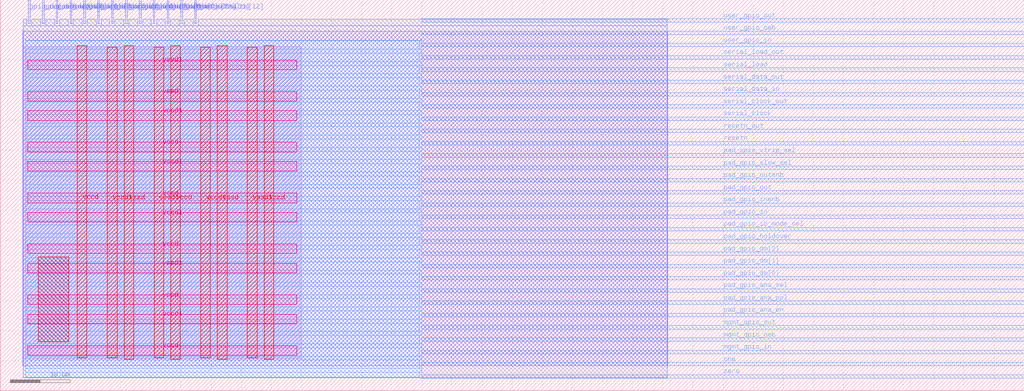
<source format=lef>
VERSION 5.7 ;
  NOWIREEXTENSIONATPIN ON ;
  DIVIDERCHAR "/" ;
  BUSBITCHARS "[]" ;
MACRO gpio_control_block
  CLASS BLOCK ;
  FOREIGN gpio_control_block ;
  ORIGIN 0.000 0.000 ;
  SIZE 170.000 BY 65.000 ;
  PIN gpio_defaults[0]
    DIRECTION INPUT ;
    USE SIGNAL ;
    PORT
      LAYER met2 ;
        RECT 4.690 61.000 4.970 65.000 ;
    END
  END gpio_defaults[0]
  PIN gpio_defaults[10]
    DIRECTION INPUT ;
    USE SIGNAL ;
    PORT
      LAYER met2 ;
        RECT 27.690 61.000 27.970 65.000 ;
    END
  END gpio_defaults[10]
  PIN gpio_defaults[11]
    DIRECTION INPUT ;
    USE SIGNAL ;
    PORT
      LAYER met2 ;
        RECT 29.990 61.000 30.270 65.000 ;
    END
  END gpio_defaults[11]
  PIN gpio_defaults[12]
    DIRECTION INPUT ;
    USE SIGNAL ;
    PORT
      LAYER met2 ;
        RECT 32.290 61.000 32.570 65.000 ;
    END
  END gpio_defaults[12]
  PIN gpio_defaults[1]
    DIRECTION INPUT ;
    USE SIGNAL ;
    PORT
      LAYER met2 ;
        RECT 6.990 61.000 7.270 65.000 ;
    END
  END gpio_defaults[1]
  PIN gpio_defaults[2]
    DIRECTION INPUT ;
    USE SIGNAL ;
    PORT
      LAYER met2 ;
        RECT 9.290 61.000 9.570 65.000 ;
    END
  END gpio_defaults[2]
  PIN gpio_defaults[3]
    DIRECTION INPUT ;
    USE SIGNAL ;
    PORT
      LAYER met2 ;
        RECT 11.590 61.000 11.870 65.000 ;
    END
  END gpio_defaults[3]
  PIN gpio_defaults[4]
    DIRECTION INPUT ;
    USE SIGNAL ;
    PORT
      LAYER met2 ;
        RECT 13.890 61.000 14.170 65.000 ;
    END
  END gpio_defaults[4]
  PIN gpio_defaults[5]
    DIRECTION INPUT ;
    USE SIGNAL ;
    PORT
      LAYER met2 ;
        RECT 16.190 61.000 16.470 65.000 ;
    END
  END gpio_defaults[5]
  PIN gpio_defaults[6]
    DIRECTION INPUT ;
    USE SIGNAL ;
    PORT
      LAYER met2 ;
        RECT 18.490 61.000 18.770 65.000 ;
    END
  END gpio_defaults[6]
  PIN gpio_defaults[7]
    DIRECTION INPUT ;
    USE SIGNAL ;
    PORT
      LAYER met2 ;
        RECT 20.790 61.000 21.070 65.000 ;
    END
  END gpio_defaults[7]
  PIN gpio_defaults[8]
    DIRECTION INPUT ;
    USE SIGNAL ;
    PORT
      LAYER met2 ;
        RECT 23.090 61.000 23.370 65.000 ;
    END
  END gpio_defaults[8]
  PIN gpio_defaults[9]
    DIRECTION INPUT ;
    USE SIGNAL ;
    PORT
      LAYER met2 ;
        RECT 25.390 61.000 25.670 65.000 ;
    END
  END gpio_defaults[9]
  PIN mgmt_gpio_in
    DIRECTION OUTPUT TRISTATE ;
    USE SIGNAL ;
    PORT
      LAYER met3 ;
        RECT 70.000 6.160 170.000 6.760 ;
    END
  END mgmt_gpio_in
  PIN mgmt_gpio_oeb
    DIRECTION INPUT ;
    USE SIGNAL ;
    PORT
      LAYER met3 ;
        RECT 70.000 8.200 170.000 8.800 ;
    END
  END mgmt_gpio_oeb
  PIN mgmt_gpio_out
    DIRECTION INPUT ;
    USE SIGNAL ;
    PORT
      LAYER met3 ;
        RECT 70.000 10.240 170.000 10.840 ;
    END
  END mgmt_gpio_out
  PIN one
    DIRECTION OUTPUT TRISTATE ;
    USE SIGNAL ;
    PORT
      LAYER met3 ;
        RECT 70.000 4.120 170.000 4.720 ;
    END
  END one
  PIN pad_gpio_ana_en
    DIRECTION OUTPUT TRISTATE ;
    USE SIGNAL ;
    PORT
      LAYER met3 ;
        RECT 70.000 12.280 170.000 12.880 ;
    END
  END pad_gpio_ana_en
  PIN pad_gpio_ana_pol
    DIRECTION OUTPUT TRISTATE ;
    USE SIGNAL ;
    PORT
      LAYER met3 ;
        RECT 70.000 14.320 170.000 14.920 ;
    END
  END pad_gpio_ana_pol
  PIN pad_gpio_ana_sel
    DIRECTION OUTPUT TRISTATE ;
    USE SIGNAL ;
    PORT
      LAYER met3 ;
        RECT 70.000 16.360 170.000 16.960 ;
    END
  END pad_gpio_ana_sel
  PIN pad_gpio_dm[0]
    DIRECTION OUTPUT TRISTATE ;
    USE SIGNAL ;
    PORT
      LAYER met3 ;
        RECT 70.000 18.400 170.000 19.000 ;
    END
  END pad_gpio_dm[0]
  PIN pad_gpio_dm[1]
    DIRECTION OUTPUT TRISTATE ;
    USE SIGNAL ;
    PORT
      LAYER met3 ;
        RECT 70.000 20.440 170.000 21.040 ;
    END
  END pad_gpio_dm[1]
  PIN pad_gpio_dm[2]
    DIRECTION OUTPUT TRISTATE ;
    USE SIGNAL ;
    PORT
      LAYER met3 ;
        RECT 70.000 22.480 170.000 23.080 ;
    END
  END pad_gpio_dm[2]
  PIN pad_gpio_holdover
    DIRECTION OUTPUT TRISTATE ;
    USE SIGNAL ;
    PORT
      LAYER met3 ;
        RECT 70.000 24.520 170.000 25.120 ;
    END
  END pad_gpio_holdover
  PIN pad_gpio_ib_mode_sel
    DIRECTION OUTPUT TRISTATE ;
    USE SIGNAL ;
    PORT
      LAYER met3 ;
        RECT 70.000 26.560 170.000 27.160 ;
    END
  END pad_gpio_ib_mode_sel
  PIN pad_gpio_in
    DIRECTION INPUT ;
    USE SIGNAL ;
    PORT
      LAYER met3 ;
        RECT 70.000 28.600 170.000 29.200 ;
    END
  END pad_gpio_in
  PIN pad_gpio_inenb
    DIRECTION OUTPUT TRISTATE ;
    USE SIGNAL ;
    PORT
      LAYER met3 ;
        RECT 70.000 30.640 170.000 31.240 ;
    END
  END pad_gpio_inenb
  PIN pad_gpio_out
    DIRECTION OUTPUT TRISTATE ;
    USE SIGNAL ;
    PORT
      LAYER met3 ;
        RECT 70.000 32.680 170.000 33.280 ;
    END
  END pad_gpio_out
  PIN pad_gpio_outenb
    DIRECTION OUTPUT TRISTATE ;
    USE SIGNAL ;
    PORT
      LAYER met3 ;
        RECT 70.000 34.720 170.000 35.320 ;
    END
  END pad_gpio_outenb
  PIN pad_gpio_slow_sel
    DIRECTION OUTPUT TRISTATE ;
    USE SIGNAL ;
    PORT
      LAYER met3 ;
        RECT 70.000 36.760 170.000 37.360 ;
    END
  END pad_gpio_slow_sel
  PIN pad_gpio_vtrip_sel
    DIRECTION OUTPUT TRISTATE ;
    USE SIGNAL ;
    PORT
      LAYER met3 ;
        RECT 70.000 38.800 170.000 39.400 ;
    END
  END pad_gpio_vtrip_sel
  PIN resetn
    DIRECTION INPUT ;
    USE SIGNAL ;
    PORT
      LAYER met3 ;
        RECT 70.000 40.840 170.000 41.440 ;
    END
  END resetn
  PIN resetn_out
    DIRECTION OUTPUT TRISTATE ;
    USE SIGNAL ;
    PORT
      LAYER met3 ;
        RECT 70.000 42.880 170.000 43.480 ;
    END
  END resetn_out
  PIN serial_clock
    DIRECTION INPUT ;
    USE SIGNAL ;
    PORT
      LAYER met3 ;
        RECT 70.000 44.920 170.000 45.520 ;
    END
  END serial_clock
  PIN serial_clock_out
    DIRECTION OUTPUT TRISTATE ;
    USE SIGNAL ;
    PORT
      LAYER met3 ;
        RECT 70.000 46.960 170.000 47.560 ;
    END
  END serial_clock_out
  PIN serial_data_in
    DIRECTION INPUT ;
    USE SIGNAL ;
    PORT
      LAYER met3 ;
        RECT 70.000 49.000 170.000 49.600 ;
    END
  END serial_data_in
  PIN serial_data_out
    DIRECTION OUTPUT TRISTATE ;
    USE SIGNAL ;
    PORT
      LAYER met3 ;
        RECT 70.000 51.040 170.000 51.640 ;
    END
  END serial_data_out
  PIN serial_load
    DIRECTION INPUT ;
    USE SIGNAL ;
    PORT
      LAYER met3 ;
        RECT 70.000 53.080 170.000 53.680 ;
    END
  END serial_load
  PIN serial_load_out
    DIRECTION OUTPUT TRISTATE ;
    USE SIGNAL ;
    PORT
      LAYER met3 ;
        RECT 70.000 55.120 170.000 55.720 ;
    END
  END serial_load_out
  PIN user_gpio_in
    DIRECTION OUTPUT TRISTATE ;
    USE SIGNAL ;
    PORT
      LAYER met3 ;
        RECT 70.000 57.160 170.000 57.760 ;
    END
  END user_gpio_in
  PIN user_gpio_oeb
    DIRECTION INPUT ;
    USE SIGNAL ;
    PORT
      LAYER met3 ;
        RECT 70.000 59.200 170.000 59.800 ;
    END
  END user_gpio_oeb
  PIN user_gpio_out
    DIRECTION INPUT ;
    USE SIGNAL ;
    PORT
      LAYER met3 ;
        RECT 70.000 61.240 170.000 61.840 ;
    END
  END user_gpio_out
  PIN vccd
    DIRECTION INPUT ;
    USE POWER ;
    PORT
      LAYER met5 ;
        RECT 4.600 5.900 49.220 7.500 ;
    END
    PORT
      LAYER met5 ;
        RECT 4.600 22.800 49.220 24.400 ;
    END
    PORT
      LAYER met5 ;
        RECT 4.600 39.700 49.220 41.300 ;
    END
    PORT
      LAYER met4 ;
        RECT 12.800 5.440 14.400 57.360 ;
    END
    PORT
      LAYER met4 ;
        RECT 28.300 5.200 29.900 57.360 ;
    END
    PORT
      LAYER met4 ;
        RECT 43.800 5.200 45.400 57.360 ;
    END
  END vccd
  PIN vccd1
    DIRECTION INPUT ;
    USE POWER ;
    PORT
      LAYER met5 ;
        RECT 4.600 11.140 49.220 12.740 ;
    END
    PORT
      LAYER met5 ;
        RECT 4.600 28.040 49.220 29.640 ;
    END
    PORT
      LAYER met5 ;
        RECT 4.600 44.940 49.220 46.540 ;
    END
    PORT
      LAYER met4 ;
        RECT 17.800 5.440 19.400 57.120 ;
    END
    PORT
      LAYER met4 ;
        RECT 33.300 5.440 34.900 57.120 ;
    END
  END vccd1
  PIN vssd
    DIRECTION INPUT ;
    USE GROUND ;
    PORT
      LAYER met5 ;
        RECT 4.600 14.350 49.220 15.950 ;
    END
    PORT
      LAYER met5 ;
        RECT 4.600 31.250 49.220 32.850 ;
    END
    PORT
      LAYER met5 ;
        RECT 4.600 48.150 49.220 49.750 ;
    END
    PORT
      LAYER met4 ;
        RECT 20.550 5.200 22.150 57.360 ;
    END
    PORT
      LAYER met4 ;
        RECT 36.050 5.200 37.650 57.360 ;
    END
  END vssd
  PIN vssd1
    DIRECTION INPUT ;
    USE GROUND ;
    PORT
      LAYER met5 ;
        RECT 4.600 19.590 49.220 21.190 ;
    END
    PORT
      LAYER met5 ;
        RECT 4.600 36.490 49.220 38.090 ;
    END
    PORT
      LAYER met5 ;
        RECT 4.600 53.390 49.220 54.990 ;
    END
    PORT
      LAYER met4 ;
        RECT 25.550 5.440 27.150 57.120 ;
    END
    PORT
      LAYER met4 ;
        RECT 41.050 5.440 42.650 57.120 ;
    END
  END vssd1
  PIN zero
    DIRECTION OUTPUT TRISTATE ;
    USE SIGNAL ;
    PORT
      LAYER met3 ;
        RECT 70.000 2.080 170.000 2.680 ;
    END
  END zero
  OBS
      LAYER li1 ;
        RECT 3.825 5.355 49.995 57.205 ;
      LAYER met1 ;
        RECT 3.750 4.120 110.790 59.800 ;
      LAYER met2 ;
        RECT 3.780 60.720 4.410 61.725 ;
        RECT 5.250 60.720 6.710 61.725 ;
        RECT 7.550 60.720 9.010 61.725 ;
        RECT 9.850 60.720 11.310 61.725 ;
        RECT 12.150 60.720 13.610 61.725 ;
        RECT 14.450 60.720 15.910 61.725 ;
        RECT 16.750 60.720 18.210 61.725 ;
        RECT 19.050 60.720 20.510 61.725 ;
        RECT 21.350 60.720 22.810 61.725 ;
        RECT 23.650 60.720 25.110 61.725 ;
        RECT 25.950 60.720 27.410 61.725 ;
        RECT 28.250 60.720 29.710 61.725 ;
        RECT 30.550 60.720 32.010 61.725 ;
        RECT 32.850 60.720 110.770 61.725 ;
        RECT 3.780 2.195 110.770 60.720 ;
      LAYER met3 ;
        RECT 4.205 58.160 70.000 58.305 ;
        RECT 4.205 56.760 69.600 58.160 ;
        RECT 4.205 56.120 70.000 56.760 ;
        RECT 4.205 54.720 69.600 56.120 ;
        RECT 4.205 54.080 70.000 54.720 ;
        RECT 4.205 52.680 69.600 54.080 ;
        RECT 4.205 52.040 70.000 52.680 ;
        RECT 4.205 50.640 69.600 52.040 ;
        RECT 4.205 50.000 70.000 50.640 ;
        RECT 4.205 48.600 69.600 50.000 ;
        RECT 4.205 47.960 70.000 48.600 ;
        RECT 4.205 46.560 69.600 47.960 ;
        RECT 4.205 45.920 70.000 46.560 ;
        RECT 4.205 44.520 69.600 45.920 ;
        RECT 4.205 43.880 70.000 44.520 ;
        RECT 4.205 42.480 69.600 43.880 ;
        RECT 4.205 41.840 70.000 42.480 ;
        RECT 4.205 40.440 69.600 41.840 ;
        RECT 4.205 39.800 70.000 40.440 ;
        RECT 4.205 38.400 69.600 39.800 ;
        RECT 4.205 37.760 70.000 38.400 ;
        RECT 4.205 36.360 69.600 37.760 ;
        RECT 4.205 35.720 70.000 36.360 ;
        RECT 4.205 34.320 69.600 35.720 ;
        RECT 4.205 33.680 70.000 34.320 ;
        RECT 4.205 32.280 69.600 33.680 ;
        RECT 4.205 31.640 70.000 32.280 ;
        RECT 4.205 30.240 69.600 31.640 ;
        RECT 4.205 29.600 70.000 30.240 ;
        RECT 4.205 28.200 69.600 29.600 ;
        RECT 4.205 27.560 70.000 28.200 ;
        RECT 4.205 26.160 69.600 27.560 ;
        RECT 4.205 25.520 70.000 26.160 ;
        RECT 4.205 24.120 69.600 25.520 ;
        RECT 4.205 23.480 70.000 24.120 ;
        RECT 4.205 22.080 69.600 23.480 ;
        RECT 4.205 21.440 70.000 22.080 ;
        RECT 4.205 20.040 69.600 21.440 ;
        RECT 4.205 19.400 70.000 20.040 ;
        RECT 4.205 18.000 69.600 19.400 ;
        RECT 4.205 17.360 70.000 18.000 ;
        RECT 4.205 15.960 69.600 17.360 ;
        RECT 4.205 15.320 70.000 15.960 ;
        RECT 4.205 13.920 69.600 15.320 ;
        RECT 4.205 13.280 70.000 13.920 ;
        RECT 4.205 11.880 69.600 13.280 ;
        RECT 4.205 11.240 70.000 11.880 ;
        RECT 4.205 9.840 69.600 11.240 ;
        RECT 4.205 9.200 70.000 9.840 ;
        RECT 4.205 7.800 69.600 9.200 ;
        RECT 4.205 7.160 70.000 7.800 ;
        RECT 4.205 5.760 69.600 7.160 ;
        RECT 4.205 5.120 70.000 5.760 ;
        RECT 4.205 3.720 69.600 5.120 ;
        RECT 4.205 3.080 70.000 3.720 ;
        RECT 4.205 2.215 69.600 3.080 ;
      LAYER met4 ;
        RECT 6.280 8.160 11.380 22.240 ;
  END
END gpio_control_block
END LIBRARY


</source>
